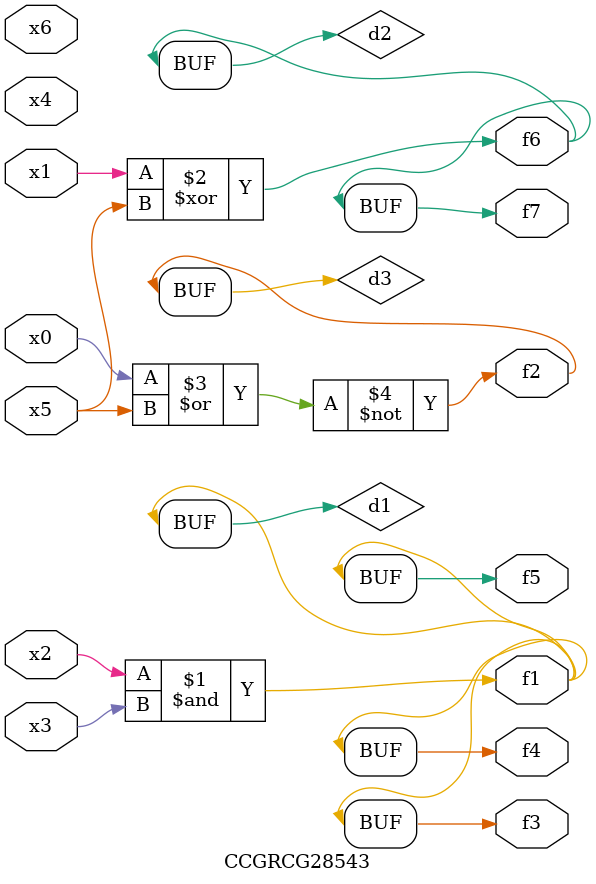
<source format=v>
module CCGRCG28543(
	input x0, x1, x2, x3, x4, x5, x6,
	output f1, f2, f3, f4, f5, f6, f7
);

	wire d1, d2, d3;

	and (d1, x2, x3);
	xor (d2, x1, x5);
	nor (d3, x0, x5);
	assign f1 = d1;
	assign f2 = d3;
	assign f3 = d1;
	assign f4 = d1;
	assign f5 = d1;
	assign f6 = d2;
	assign f7 = d2;
endmodule

</source>
